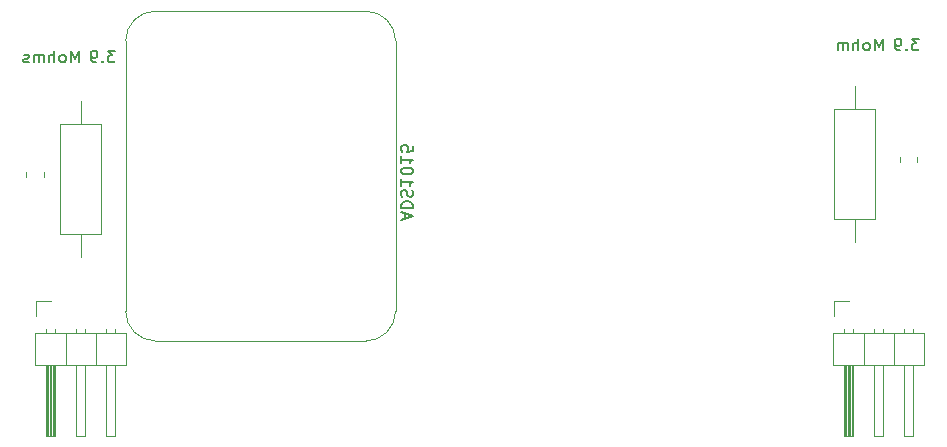
<source format=gbr>
%TF.GenerationSoftware,KiCad,Pcbnew,(7.0.0)*%
%TF.CreationDate,2023-03-09T06:04:35-08:00*%
%TF.ProjectId,Voltage_Sensor_Timer,566f6c74-6167-4655-9f53-656e736f725f,0*%
%TF.SameCoordinates,Original*%
%TF.FileFunction,Legend,Bot*%
%TF.FilePolarity,Positive*%
%FSLAX46Y46*%
G04 Gerber Fmt 4.6, Leading zero omitted, Abs format (unit mm)*
G04 Created by KiCad (PCBNEW (7.0.0)) date 2023-03-09 06:04:35*
%MOMM*%
%LPD*%
G01*
G04 APERTURE LIST*
%ADD10C,0.150000*%
%ADD11C,0.120000*%
%ADD12C,0.101600*%
G04 APERTURE END LIST*
D10*
X121777142Y-82856380D02*
X121158095Y-82856380D01*
X121158095Y-82856380D02*
X121491428Y-83237333D01*
X121491428Y-83237333D02*
X121348571Y-83237333D01*
X121348571Y-83237333D02*
X121253333Y-83284952D01*
X121253333Y-83284952D02*
X121205714Y-83332571D01*
X121205714Y-83332571D02*
X121158095Y-83427809D01*
X121158095Y-83427809D02*
X121158095Y-83665904D01*
X121158095Y-83665904D02*
X121205714Y-83761142D01*
X121205714Y-83761142D02*
X121253333Y-83808761D01*
X121253333Y-83808761D02*
X121348571Y-83856380D01*
X121348571Y-83856380D02*
X121634285Y-83856380D01*
X121634285Y-83856380D02*
X121729523Y-83808761D01*
X121729523Y-83808761D02*
X121777142Y-83761142D01*
X120729523Y-83761142D02*
X120681904Y-83808761D01*
X120681904Y-83808761D02*
X120729523Y-83856380D01*
X120729523Y-83856380D02*
X120777142Y-83808761D01*
X120777142Y-83808761D02*
X120729523Y-83761142D01*
X120729523Y-83761142D02*
X120729523Y-83856380D01*
X120205714Y-83856380D02*
X120015238Y-83856380D01*
X120015238Y-83856380D02*
X119920000Y-83808761D01*
X119920000Y-83808761D02*
X119872381Y-83761142D01*
X119872381Y-83761142D02*
X119777143Y-83618285D01*
X119777143Y-83618285D02*
X119729524Y-83427809D01*
X119729524Y-83427809D02*
X119729524Y-83046857D01*
X119729524Y-83046857D02*
X119777143Y-82951619D01*
X119777143Y-82951619D02*
X119824762Y-82904000D01*
X119824762Y-82904000D02*
X119920000Y-82856380D01*
X119920000Y-82856380D02*
X120110476Y-82856380D01*
X120110476Y-82856380D02*
X120205714Y-82904000D01*
X120205714Y-82904000D02*
X120253333Y-82951619D01*
X120253333Y-82951619D02*
X120300952Y-83046857D01*
X120300952Y-83046857D02*
X120300952Y-83284952D01*
X120300952Y-83284952D02*
X120253333Y-83380190D01*
X120253333Y-83380190D02*
X120205714Y-83427809D01*
X120205714Y-83427809D02*
X120110476Y-83475428D01*
X120110476Y-83475428D02*
X119920000Y-83475428D01*
X119920000Y-83475428D02*
X119824762Y-83427809D01*
X119824762Y-83427809D02*
X119777143Y-83380190D01*
X119777143Y-83380190D02*
X119729524Y-83284952D01*
X118700952Y-83856380D02*
X118700952Y-82856380D01*
X118700952Y-82856380D02*
X118367619Y-83570666D01*
X118367619Y-83570666D02*
X118034286Y-82856380D01*
X118034286Y-82856380D02*
X118034286Y-83856380D01*
X117415238Y-83856380D02*
X117510476Y-83808761D01*
X117510476Y-83808761D02*
X117558095Y-83761142D01*
X117558095Y-83761142D02*
X117605714Y-83665904D01*
X117605714Y-83665904D02*
X117605714Y-83380190D01*
X117605714Y-83380190D02*
X117558095Y-83284952D01*
X117558095Y-83284952D02*
X117510476Y-83237333D01*
X117510476Y-83237333D02*
X117415238Y-83189714D01*
X117415238Y-83189714D02*
X117272381Y-83189714D01*
X117272381Y-83189714D02*
X117177143Y-83237333D01*
X117177143Y-83237333D02*
X117129524Y-83284952D01*
X117129524Y-83284952D02*
X117081905Y-83380190D01*
X117081905Y-83380190D02*
X117081905Y-83665904D01*
X117081905Y-83665904D02*
X117129524Y-83761142D01*
X117129524Y-83761142D02*
X117177143Y-83808761D01*
X117177143Y-83808761D02*
X117272381Y-83856380D01*
X117272381Y-83856380D02*
X117415238Y-83856380D01*
X116653333Y-83856380D02*
X116653333Y-82856380D01*
X116224762Y-83856380D02*
X116224762Y-83332571D01*
X116224762Y-83332571D02*
X116272381Y-83237333D01*
X116272381Y-83237333D02*
X116367619Y-83189714D01*
X116367619Y-83189714D02*
X116510476Y-83189714D01*
X116510476Y-83189714D02*
X116605714Y-83237333D01*
X116605714Y-83237333D02*
X116653333Y-83284952D01*
X115748571Y-83856380D02*
X115748571Y-83189714D01*
X115748571Y-83284952D02*
X115700952Y-83237333D01*
X115700952Y-83237333D02*
X115605714Y-83189714D01*
X115605714Y-83189714D02*
X115462857Y-83189714D01*
X115462857Y-83189714D02*
X115367619Y-83237333D01*
X115367619Y-83237333D02*
X115320000Y-83332571D01*
X115320000Y-83332571D02*
X115320000Y-83856380D01*
X115320000Y-83332571D02*
X115272381Y-83237333D01*
X115272381Y-83237333D02*
X115177143Y-83189714D01*
X115177143Y-83189714D02*
X115034286Y-83189714D01*
X115034286Y-83189714D02*
X114939047Y-83237333D01*
X114939047Y-83237333D02*
X114891428Y-83332571D01*
X114891428Y-83332571D02*
X114891428Y-83856380D01*
X114462857Y-83808761D02*
X114367619Y-83856380D01*
X114367619Y-83856380D02*
X114177143Y-83856380D01*
X114177143Y-83856380D02*
X114081905Y-83808761D01*
X114081905Y-83808761D02*
X114034286Y-83713523D01*
X114034286Y-83713523D02*
X114034286Y-83665904D01*
X114034286Y-83665904D02*
X114081905Y-83570666D01*
X114081905Y-83570666D02*
X114177143Y-83523047D01*
X114177143Y-83523047D02*
X114320000Y-83523047D01*
X114320000Y-83523047D02*
X114415238Y-83475428D01*
X114415238Y-83475428D02*
X114462857Y-83380190D01*
X114462857Y-83380190D02*
X114462857Y-83332571D01*
X114462857Y-83332571D02*
X114415238Y-83237333D01*
X114415238Y-83237333D02*
X114320000Y-83189714D01*
X114320000Y-83189714D02*
X114177143Y-83189714D01*
X114177143Y-83189714D02*
X114081905Y-83237333D01*
X189849142Y-81840380D02*
X189230095Y-81840380D01*
X189230095Y-81840380D02*
X189563428Y-82221333D01*
X189563428Y-82221333D02*
X189420571Y-82221333D01*
X189420571Y-82221333D02*
X189325333Y-82268952D01*
X189325333Y-82268952D02*
X189277714Y-82316571D01*
X189277714Y-82316571D02*
X189230095Y-82411809D01*
X189230095Y-82411809D02*
X189230095Y-82649904D01*
X189230095Y-82649904D02*
X189277714Y-82745142D01*
X189277714Y-82745142D02*
X189325333Y-82792761D01*
X189325333Y-82792761D02*
X189420571Y-82840380D01*
X189420571Y-82840380D02*
X189706285Y-82840380D01*
X189706285Y-82840380D02*
X189801523Y-82792761D01*
X189801523Y-82792761D02*
X189849142Y-82745142D01*
X188801523Y-82745142D02*
X188753904Y-82792761D01*
X188753904Y-82792761D02*
X188801523Y-82840380D01*
X188801523Y-82840380D02*
X188849142Y-82792761D01*
X188849142Y-82792761D02*
X188801523Y-82745142D01*
X188801523Y-82745142D02*
X188801523Y-82840380D01*
X188277714Y-82840380D02*
X188087238Y-82840380D01*
X188087238Y-82840380D02*
X187992000Y-82792761D01*
X187992000Y-82792761D02*
X187944381Y-82745142D01*
X187944381Y-82745142D02*
X187849143Y-82602285D01*
X187849143Y-82602285D02*
X187801524Y-82411809D01*
X187801524Y-82411809D02*
X187801524Y-82030857D01*
X187801524Y-82030857D02*
X187849143Y-81935619D01*
X187849143Y-81935619D02*
X187896762Y-81888000D01*
X187896762Y-81888000D02*
X187992000Y-81840380D01*
X187992000Y-81840380D02*
X188182476Y-81840380D01*
X188182476Y-81840380D02*
X188277714Y-81888000D01*
X188277714Y-81888000D02*
X188325333Y-81935619D01*
X188325333Y-81935619D02*
X188372952Y-82030857D01*
X188372952Y-82030857D02*
X188372952Y-82268952D01*
X188372952Y-82268952D02*
X188325333Y-82364190D01*
X188325333Y-82364190D02*
X188277714Y-82411809D01*
X188277714Y-82411809D02*
X188182476Y-82459428D01*
X188182476Y-82459428D02*
X187992000Y-82459428D01*
X187992000Y-82459428D02*
X187896762Y-82411809D01*
X187896762Y-82411809D02*
X187849143Y-82364190D01*
X187849143Y-82364190D02*
X187801524Y-82268952D01*
X186772952Y-82840380D02*
X186772952Y-81840380D01*
X186772952Y-81840380D02*
X186439619Y-82554666D01*
X186439619Y-82554666D02*
X186106286Y-81840380D01*
X186106286Y-81840380D02*
X186106286Y-82840380D01*
X185487238Y-82840380D02*
X185582476Y-82792761D01*
X185582476Y-82792761D02*
X185630095Y-82745142D01*
X185630095Y-82745142D02*
X185677714Y-82649904D01*
X185677714Y-82649904D02*
X185677714Y-82364190D01*
X185677714Y-82364190D02*
X185630095Y-82268952D01*
X185630095Y-82268952D02*
X185582476Y-82221333D01*
X185582476Y-82221333D02*
X185487238Y-82173714D01*
X185487238Y-82173714D02*
X185344381Y-82173714D01*
X185344381Y-82173714D02*
X185249143Y-82221333D01*
X185249143Y-82221333D02*
X185201524Y-82268952D01*
X185201524Y-82268952D02*
X185153905Y-82364190D01*
X185153905Y-82364190D02*
X185153905Y-82649904D01*
X185153905Y-82649904D02*
X185201524Y-82745142D01*
X185201524Y-82745142D02*
X185249143Y-82792761D01*
X185249143Y-82792761D02*
X185344381Y-82840380D01*
X185344381Y-82840380D02*
X185487238Y-82840380D01*
X184725333Y-82840380D02*
X184725333Y-81840380D01*
X184296762Y-82840380D02*
X184296762Y-82316571D01*
X184296762Y-82316571D02*
X184344381Y-82221333D01*
X184344381Y-82221333D02*
X184439619Y-82173714D01*
X184439619Y-82173714D02*
X184582476Y-82173714D01*
X184582476Y-82173714D02*
X184677714Y-82221333D01*
X184677714Y-82221333D02*
X184725333Y-82268952D01*
X183820571Y-82840380D02*
X183820571Y-82173714D01*
X183820571Y-82268952D02*
X183772952Y-82221333D01*
X183772952Y-82221333D02*
X183677714Y-82173714D01*
X183677714Y-82173714D02*
X183534857Y-82173714D01*
X183534857Y-82173714D02*
X183439619Y-82221333D01*
X183439619Y-82221333D02*
X183392000Y-82316571D01*
X183392000Y-82316571D02*
X183392000Y-82840380D01*
X183392000Y-82316571D02*
X183344381Y-82221333D01*
X183344381Y-82221333D02*
X183249143Y-82173714D01*
X183249143Y-82173714D02*
X183106286Y-82173714D01*
X183106286Y-82173714D02*
X183011047Y-82221333D01*
X183011047Y-82221333D02*
X182963428Y-82316571D01*
X182963428Y-82316571D02*
X182963428Y-82840380D01*
X146299333Y-97091523D02*
X146299333Y-96615333D01*
X146013619Y-97186761D02*
X147013619Y-96853428D01*
X147013619Y-96853428D02*
X146013619Y-96520095D01*
X146013619Y-96186761D02*
X147013619Y-96186761D01*
X147013619Y-96186761D02*
X147013619Y-95948666D01*
X147013619Y-95948666D02*
X146966000Y-95805809D01*
X146966000Y-95805809D02*
X146870761Y-95710571D01*
X146870761Y-95710571D02*
X146775523Y-95662952D01*
X146775523Y-95662952D02*
X146585047Y-95615333D01*
X146585047Y-95615333D02*
X146442190Y-95615333D01*
X146442190Y-95615333D02*
X146251714Y-95662952D01*
X146251714Y-95662952D02*
X146156476Y-95710571D01*
X146156476Y-95710571D02*
X146061238Y-95805809D01*
X146061238Y-95805809D02*
X146013619Y-95948666D01*
X146013619Y-95948666D02*
X146013619Y-96186761D01*
X146061238Y-95234380D02*
X146013619Y-95091523D01*
X146013619Y-95091523D02*
X146013619Y-94853428D01*
X146013619Y-94853428D02*
X146061238Y-94758190D01*
X146061238Y-94758190D02*
X146108857Y-94710571D01*
X146108857Y-94710571D02*
X146204095Y-94662952D01*
X146204095Y-94662952D02*
X146299333Y-94662952D01*
X146299333Y-94662952D02*
X146394571Y-94710571D01*
X146394571Y-94710571D02*
X146442190Y-94758190D01*
X146442190Y-94758190D02*
X146489809Y-94853428D01*
X146489809Y-94853428D02*
X146537428Y-95043904D01*
X146537428Y-95043904D02*
X146585047Y-95139142D01*
X146585047Y-95139142D02*
X146632666Y-95186761D01*
X146632666Y-95186761D02*
X146727904Y-95234380D01*
X146727904Y-95234380D02*
X146823142Y-95234380D01*
X146823142Y-95234380D02*
X146918380Y-95186761D01*
X146918380Y-95186761D02*
X146966000Y-95139142D01*
X146966000Y-95139142D02*
X147013619Y-95043904D01*
X147013619Y-95043904D02*
X147013619Y-94805809D01*
X147013619Y-94805809D02*
X146966000Y-94662952D01*
X146013619Y-93710571D02*
X146013619Y-94281999D01*
X146013619Y-93996285D02*
X147013619Y-93996285D01*
X147013619Y-93996285D02*
X146870761Y-94091523D01*
X146870761Y-94091523D02*
X146775523Y-94186761D01*
X146775523Y-94186761D02*
X146727904Y-94281999D01*
X147013619Y-93091523D02*
X147013619Y-92996285D01*
X147013619Y-92996285D02*
X146966000Y-92901047D01*
X146966000Y-92901047D02*
X146918380Y-92853428D01*
X146918380Y-92853428D02*
X146823142Y-92805809D01*
X146823142Y-92805809D02*
X146632666Y-92758190D01*
X146632666Y-92758190D02*
X146394571Y-92758190D01*
X146394571Y-92758190D02*
X146204095Y-92805809D01*
X146204095Y-92805809D02*
X146108857Y-92853428D01*
X146108857Y-92853428D02*
X146061238Y-92901047D01*
X146061238Y-92901047D02*
X146013619Y-92996285D01*
X146013619Y-92996285D02*
X146013619Y-93091523D01*
X146013619Y-93091523D02*
X146061238Y-93186761D01*
X146061238Y-93186761D02*
X146108857Y-93234380D01*
X146108857Y-93234380D02*
X146204095Y-93281999D01*
X146204095Y-93281999D02*
X146394571Y-93329618D01*
X146394571Y-93329618D02*
X146632666Y-93329618D01*
X146632666Y-93329618D02*
X146823142Y-93281999D01*
X146823142Y-93281999D02*
X146918380Y-93234380D01*
X146918380Y-93234380D02*
X146966000Y-93186761D01*
X146966000Y-93186761D02*
X147013619Y-93091523D01*
X146013619Y-91805809D02*
X146013619Y-92377237D01*
X146013619Y-92091523D02*
X147013619Y-92091523D01*
X147013619Y-92091523D02*
X146870761Y-92186761D01*
X146870761Y-92186761D02*
X146775523Y-92281999D01*
X146775523Y-92281999D02*
X146727904Y-92377237D01*
X147013619Y-90901047D02*
X147013619Y-91377237D01*
X147013619Y-91377237D02*
X146537428Y-91424856D01*
X146537428Y-91424856D02*
X146585047Y-91377237D01*
X146585047Y-91377237D02*
X146632666Y-91281999D01*
X146632666Y-91281999D02*
X146632666Y-91043904D01*
X146632666Y-91043904D02*
X146585047Y-90948666D01*
X146585047Y-90948666D02*
X146537428Y-90901047D01*
X146537428Y-90901047D02*
X146442190Y-90853428D01*
X146442190Y-90853428D02*
X146204095Y-90853428D01*
X146204095Y-90853428D02*
X146108857Y-90901047D01*
X146108857Y-90901047D02*
X146061238Y-90948666D01*
X146061238Y-90948666D02*
X146013619Y-91043904D01*
X146013619Y-91043904D02*
X146013619Y-91281999D01*
X146013619Y-91281999D02*
X146061238Y-91377237D01*
X146061238Y-91377237D02*
X146108857Y-91424856D01*
D11*
%TO.C,R2*%
X184404000Y-99036000D02*
X184404000Y-97076000D01*
X182684000Y-97076000D02*
X182684000Y-87836000D01*
X186124000Y-97076000D02*
X182684000Y-97076000D01*
X182684000Y-87836000D02*
X186124000Y-87836000D01*
X186124000Y-87836000D02*
X186124000Y-97076000D01*
X184404000Y-85876000D02*
X184404000Y-87836000D01*
%TO.C,R4*%
X115757000Y-93094436D02*
X115757000Y-93548564D01*
X114287000Y-93094436D02*
X114287000Y-93548564D01*
%TO.C,J2*%
X116347000Y-104083000D02*
X115077000Y-104083000D01*
X115077000Y-104083000D02*
X115077000Y-105353000D01*
X121807000Y-106395929D02*
X121807000Y-106793000D01*
X121047000Y-106395929D02*
X121047000Y-106793000D01*
X119267000Y-106395929D02*
X119267000Y-106793000D01*
X118507000Y-106395929D02*
X118507000Y-106793000D01*
X116727000Y-106463000D02*
X116727000Y-106793000D01*
X115967000Y-106463000D02*
X115967000Y-106793000D01*
X122757000Y-106793000D02*
X122757000Y-109453000D01*
X120157000Y-106793000D02*
X120157000Y-109453000D01*
X117617000Y-106793000D02*
X117617000Y-109453000D01*
X115017000Y-106793000D02*
X122757000Y-106793000D01*
X122757000Y-109453000D02*
X115017000Y-109453000D01*
X121047000Y-109453000D02*
X121047000Y-115453000D01*
X118507000Y-109453000D02*
X118507000Y-115453000D01*
X116627000Y-109453000D02*
X116627000Y-115453000D01*
X116507000Y-109453000D02*
X116507000Y-115453000D01*
X116387000Y-109453000D02*
X116387000Y-115453000D01*
X116267000Y-109453000D02*
X116267000Y-115453000D01*
X116147000Y-109453000D02*
X116147000Y-115453000D01*
X116027000Y-109453000D02*
X116027000Y-115453000D01*
X115967000Y-109453000D02*
X115967000Y-115453000D01*
X115017000Y-109453000D02*
X115017000Y-106793000D01*
X121807000Y-115453000D02*
X121807000Y-109453000D01*
X121047000Y-115453000D02*
X121807000Y-115453000D01*
X119267000Y-115453000D02*
X119267000Y-109453000D01*
X118507000Y-115453000D02*
X119267000Y-115453000D01*
X116727000Y-115453000D02*
X116727000Y-109453000D01*
X115967000Y-115453000D02*
X116727000Y-115453000D01*
%TO.C,R1*%
X188241000Y-92278564D02*
X188241000Y-91824436D01*
X189711000Y-92278564D02*
X189711000Y-91824436D01*
%TO.C,R3*%
X118872000Y-87146000D02*
X118872000Y-89106000D01*
X120592000Y-89106000D02*
X120592000Y-98346000D01*
X117152000Y-89106000D02*
X120592000Y-89106000D01*
X120592000Y-98346000D02*
X117152000Y-98346000D01*
X117152000Y-98346000D02*
X117152000Y-89106000D01*
X118872000Y-100306000D02*
X118872000Y-98346000D01*
D12*
%TO.C,ADS1*%
X122682000Y-82042000D02*
X122682000Y-104902000D01*
X125222000Y-107442000D02*
X143002000Y-107442000D01*
X143002000Y-79502000D02*
X125222000Y-79502000D01*
X145542000Y-104902000D02*
X145542000Y-82042000D01*
X125222000Y-79502000D02*
G75*
G03*
X122682000Y-82042000I1J-2540001D01*
G01*
X122682000Y-104902000D02*
G75*
G03*
X125222000Y-107442000I2540001J1D01*
G01*
X145542000Y-82042000D02*
G75*
G03*
X143002000Y-79502000I-2540000J0D01*
G01*
X143002000Y-107442000D02*
G75*
G03*
X145542000Y-104902000I0J2540000D01*
G01*
D11*
%TO.C,J3*%
X183896000Y-104083000D02*
X182626000Y-104083000D01*
X182626000Y-104083000D02*
X182626000Y-105353000D01*
X189356000Y-106395929D02*
X189356000Y-106793000D01*
X188596000Y-106395929D02*
X188596000Y-106793000D01*
X186816000Y-106395929D02*
X186816000Y-106793000D01*
X186056000Y-106395929D02*
X186056000Y-106793000D01*
X184276000Y-106463000D02*
X184276000Y-106793000D01*
X183516000Y-106463000D02*
X183516000Y-106793000D01*
X190306000Y-106793000D02*
X190306000Y-109453000D01*
X187706000Y-106793000D02*
X187706000Y-109453000D01*
X185166000Y-106793000D02*
X185166000Y-109453000D01*
X182566000Y-106793000D02*
X190306000Y-106793000D01*
X190306000Y-109453000D02*
X182566000Y-109453000D01*
X188596000Y-109453000D02*
X188596000Y-115453000D01*
X186056000Y-109453000D02*
X186056000Y-115453000D01*
X184176000Y-109453000D02*
X184176000Y-115453000D01*
X184056000Y-109453000D02*
X184056000Y-115453000D01*
X183936000Y-109453000D02*
X183936000Y-115453000D01*
X183816000Y-109453000D02*
X183816000Y-115453000D01*
X183696000Y-109453000D02*
X183696000Y-115453000D01*
X183576000Y-109453000D02*
X183576000Y-115453000D01*
X183516000Y-109453000D02*
X183516000Y-115453000D01*
X182566000Y-109453000D02*
X182566000Y-106793000D01*
X189356000Y-115453000D02*
X189356000Y-109453000D01*
X188596000Y-115453000D02*
X189356000Y-115453000D01*
X186816000Y-115453000D02*
X186816000Y-109453000D01*
X186056000Y-115453000D02*
X186816000Y-115453000D01*
X184276000Y-115453000D02*
X184276000Y-109453000D01*
X183516000Y-115453000D02*
X184276000Y-115453000D01*
%TD*%
M02*

</source>
